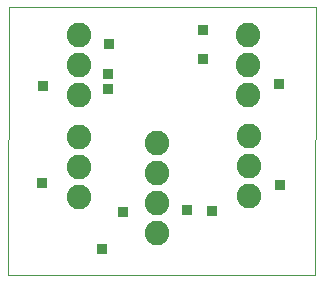
<source format=gbs>
G75*
%MOIN*%
%OFA0B0*%
%FSLAX25Y25*%
%IPPOS*%
%LPD*%
%AMOC8*
5,1,8,0,0,1.08239X$1,22.5*
%
%ADD10C,0.00000*%
%ADD11C,0.08200*%
%ADD12R,0.03778X0.03778*%
D10*
X0001424Y0001600D02*
X0001784Y0091123D01*
X0104108Y0091123D01*
X0103748Y0001600D01*
X0001424Y0001600D01*
D11*
X0025119Y0027741D03*
X0025119Y0037741D03*
X0025119Y0047741D03*
X0025119Y0061741D03*
X0025119Y0071741D03*
X0025119Y0081741D03*
X0051119Y0045741D03*
X0051119Y0035741D03*
X0051119Y0025741D03*
X0051119Y0015741D03*
X0081859Y0027931D03*
X0081859Y0037931D03*
X0081859Y0047931D03*
X0081666Y0061847D03*
X0081666Y0071847D03*
X0081666Y0081847D03*
D12*
X0066419Y0083391D03*
X0066469Y0073731D03*
X0091939Y0065381D03*
X0092245Y0031615D03*
X0069629Y0023111D03*
X0061209Y0023221D03*
X0039883Y0022560D03*
X0032796Y0010355D03*
X0012999Y0032501D03*
X0034969Y0063791D03*
X0034999Y0068851D03*
X0035079Y0078611D03*
X0013029Y0064541D03*
M02*

</source>
